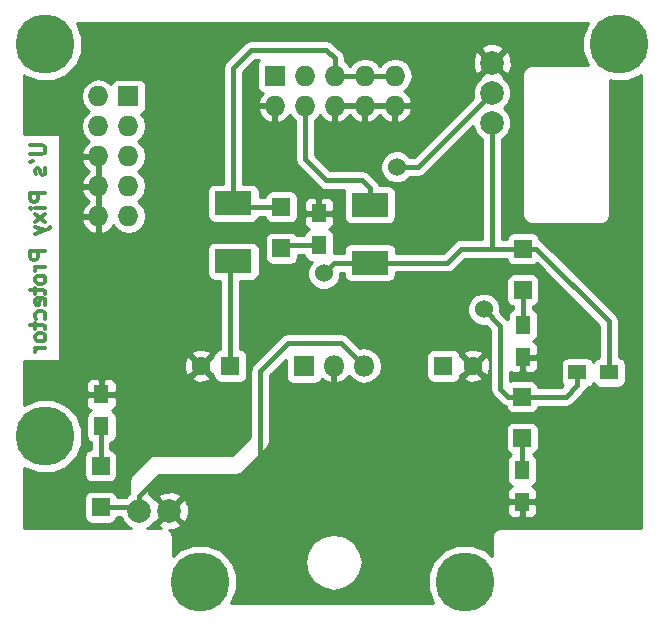
<source format=gbr>
G04 #@! TF.FileFunction,Copper,L2,Bot,Signal*
%FSLAX46Y46*%
G04 Gerber Fmt 4.6, Leading zero omitted, Abs format (unit mm)*
G04 Created by KiCad (PCBNEW 4.0.7-e2-6376~58~ubuntu16.04.1) date Thu Nov  2 10:40:48 2017*
%MOMM*%
%LPD*%
G01*
G04 APERTURE LIST*
%ADD10C,0.100000*%
%ADD11C,0.300000*%
%ADD12C,5.000000*%
%ADD13R,1.600000X1.600000*%
%ADD14C,1.600000*%
%ADD15R,1.500000X1.500000*%
%ADD16R,3.150000X2.000000*%
%ADD17R,1.727200X1.727200*%
%ADD18O,1.727200X1.727200*%
%ADD19C,2.000000*%
%ADD20R,1.500000X1.300000*%
%ADD21R,1.300000X1.500000*%
%ADD22R,1.800000X1.800000*%
%ADD23O,1.800000X1.800000*%
%ADD24C,1.524000*%
%ADD25C,0.406400*%
%ADD26C,0.254000*%
G04 APERTURE END LIST*
D10*
D11*
X101193095Y-111069134D02*
X102245476Y-111069134D01*
X102369286Y-111131039D01*
X102431190Y-111192943D01*
X102493095Y-111316753D01*
X102493095Y-111564372D01*
X102431190Y-111688181D01*
X102369286Y-111750086D01*
X102245476Y-111811991D01*
X101193095Y-111811991D01*
X101193095Y-112492944D02*
X101440714Y-112369134D01*
X102431190Y-112988182D02*
X102493095Y-113111992D01*
X102493095Y-113359611D01*
X102431190Y-113483420D01*
X102307381Y-113545325D01*
X102245476Y-113545325D01*
X102121667Y-113483420D01*
X102059762Y-113359611D01*
X102059762Y-113173896D01*
X101997857Y-113050087D01*
X101874048Y-112988182D01*
X101812143Y-112988182D01*
X101688333Y-113050087D01*
X101626429Y-113173896D01*
X101626429Y-113359611D01*
X101688333Y-113483420D01*
X102493095Y-115092944D02*
X101193095Y-115092944D01*
X101193095Y-115588182D01*
X101255000Y-115711991D01*
X101316905Y-115773896D01*
X101440714Y-115835801D01*
X101626429Y-115835801D01*
X101750238Y-115773896D01*
X101812143Y-115711991D01*
X101874048Y-115588182D01*
X101874048Y-115092944D01*
X102493095Y-116392944D02*
X101626429Y-116392944D01*
X101193095Y-116392944D02*
X101255000Y-116331039D01*
X101316905Y-116392944D01*
X101255000Y-116454849D01*
X101193095Y-116392944D01*
X101316905Y-116392944D01*
X102493095Y-116888182D02*
X101626429Y-117569135D01*
X101626429Y-116888182D02*
X102493095Y-117569135D01*
X101626429Y-117940563D02*
X102493095Y-118250087D01*
X101626429Y-118559611D02*
X102493095Y-118250087D01*
X102802619Y-118126278D01*
X102864524Y-118064373D01*
X102926429Y-117940563D01*
X102493095Y-120045325D02*
X101193095Y-120045325D01*
X101193095Y-120540563D01*
X101255000Y-120664372D01*
X101316905Y-120726277D01*
X101440714Y-120788182D01*
X101626429Y-120788182D01*
X101750238Y-120726277D01*
X101812143Y-120664372D01*
X101874048Y-120540563D01*
X101874048Y-120045325D01*
X102493095Y-121345325D02*
X101626429Y-121345325D01*
X101874048Y-121345325D02*
X101750238Y-121407230D01*
X101688333Y-121469134D01*
X101626429Y-121592944D01*
X101626429Y-121716753D01*
X102493095Y-122335801D02*
X102431190Y-122211992D01*
X102369286Y-122150087D01*
X102245476Y-122088182D01*
X101874048Y-122088182D01*
X101750238Y-122150087D01*
X101688333Y-122211992D01*
X101626429Y-122335801D01*
X101626429Y-122521515D01*
X101688333Y-122645325D01*
X101750238Y-122707230D01*
X101874048Y-122769134D01*
X102245476Y-122769134D01*
X102369286Y-122707230D01*
X102431190Y-122645325D01*
X102493095Y-122521515D01*
X102493095Y-122335801D01*
X101626429Y-123140563D02*
X101626429Y-123635801D01*
X101193095Y-123326277D02*
X102307381Y-123326277D01*
X102431190Y-123388182D01*
X102493095Y-123511991D01*
X102493095Y-123635801D01*
X102431190Y-124564372D02*
X102493095Y-124440562D01*
X102493095Y-124192943D01*
X102431190Y-124069134D01*
X102307381Y-124007229D01*
X101812143Y-124007229D01*
X101688333Y-124069134D01*
X101626429Y-124192943D01*
X101626429Y-124440562D01*
X101688333Y-124564372D01*
X101812143Y-124626277D01*
X101935952Y-124626277D01*
X102059762Y-124007229D01*
X102431190Y-125740563D02*
X102493095Y-125616753D01*
X102493095Y-125369134D01*
X102431190Y-125245325D01*
X102369286Y-125183420D01*
X102245476Y-125121515D01*
X101874048Y-125121515D01*
X101750238Y-125183420D01*
X101688333Y-125245325D01*
X101626429Y-125369134D01*
X101626429Y-125616753D01*
X101688333Y-125740563D01*
X101626429Y-126111992D02*
X101626429Y-126607230D01*
X101193095Y-126297706D02*
X102307381Y-126297706D01*
X102431190Y-126359611D01*
X102493095Y-126483420D01*
X102493095Y-126607230D01*
X102493095Y-127226277D02*
X102431190Y-127102468D01*
X102369286Y-127040563D01*
X102245476Y-126978658D01*
X101874048Y-126978658D01*
X101750238Y-127040563D01*
X101688333Y-127102468D01*
X101626429Y-127226277D01*
X101626429Y-127411991D01*
X101688333Y-127535801D01*
X101750238Y-127597706D01*
X101874048Y-127659610D01*
X102245476Y-127659610D01*
X102369286Y-127597706D01*
X102431190Y-127535801D01*
X102493095Y-127411991D01*
X102493095Y-127226277D01*
X102493095Y-128216753D02*
X101626429Y-128216753D01*
X101874048Y-128216753D02*
X101750238Y-128278658D01*
X101688333Y-128340562D01*
X101626429Y-128464372D01*
X101626429Y-128588181D01*
D12*
X102500000Y-135700000D03*
X115600000Y-148000000D03*
X151100000Y-102500000D03*
X138000000Y-148000000D03*
D13*
X118161000Y-129718000D03*
D14*
X115661000Y-129718000D03*
D13*
X136195000Y-129718000D03*
D14*
X138695000Y-129718000D03*
D15*
X122479000Y-119784000D03*
X122479000Y-116284000D03*
X142926000Y-123312000D03*
X142926000Y-119812000D03*
X142862500Y-135849500D03*
X142862500Y-132349500D03*
X107175500Y-138191500D03*
X107175500Y-141691500D03*
D16*
X129972000Y-120992000D03*
X129972000Y-116092000D03*
X118415000Y-120865000D03*
X118415000Y-115965000D03*
D17*
X121920000Y-105160000D03*
D18*
X121920000Y-107700000D03*
X124460000Y-105160000D03*
X124460000Y-107700000D03*
X127000000Y-105160000D03*
X127000000Y-107700000D03*
X129540000Y-105160000D03*
X129540000Y-107700000D03*
X132080000Y-105160000D03*
X132080000Y-107700000D03*
D19*
X110460000Y-142000000D03*
X113000000Y-142000000D03*
D17*
X109525000Y-106921500D03*
D18*
X106985000Y-106921500D03*
X109525000Y-109461500D03*
X106985000Y-109461500D03*
X109525000Y-112001500D03*
X106985000Y-112001500D03*
X109525000Y-114541500D03*
X106985000Y-114541500D03*
X109525000Y-117081500D03*
X106985000Y-117081500D03*
D19*
X140322500Y-104064000D03*
X140322500Y-106604000D03*
X140322500Y-109144000D03*
D20*
X150245000Y-130289500D03*
X147545000Y-130289500D03*
D21*
X125654000Y-119511000D03*
X125654000Y-116811000D03*
X142926000Y-128989000D03*
X142926000Y-126289000D03*
X142862500Y-141244500D03*
X142862500Y-138544500D03*
X107239000Y-134861500D03*
X107239000Y-132161500D03*
D12*
X102500000Y-102500000D03*
D22*
X124384000Y-129718000D03*
D23*
X126924000Y-129718000D03*
X129464000Y-129718000D03*
D24*
X126053116Y-121903913D03*
X139624000Y-124955500D03*
X132258000Y-112890500D03*
D25*
X118161000Y-129718000D02*
X118161000Y-121119000D01*
X118161000Y-121119000D02*
X118415000Y-120865000D01*
X110460000Y-142000000D02*
X110460000Y-140725232D01*
X120701000Y-130171365D02*
X123059365Y-127813000D01*
X110460000Y-140725232D02*
X111488300Y-139696932D01*
X111488300Y-139696932D02*
X118587966Y-139696932D01*
X118587966Y-139696932D02*
X120701000Y-137583898D01*
X120701000Y-137583898D02*
X120701000Y-130171365D01*
X123059365Y-127813000D02*
X127559000Y-127813000D01*
X127559000Y-127813000D02*
X129464000Y-129718000D01*
X107175500Y-141691500D02*
X110151500Y-141691500D01*
X110151500Y-141691500D02*
X110460000Y-142000000D01*
X125654000Y-119511000D02*
X122752000Y-119511000D01*
X122752000Y-119511000D02*
X122479000Y-119784000D01*
X122479000Y-116284000D02*
X118734000Y-116284000D01*
X118734000Y-116284000D02*
X118415000Y-115965000D01*
X132080000Y-105160000D02*
X129540000Y-105160000D01*
X127000000Y-105160000D02*
X129540000Y-105160000D01*
X118415000Y-115965000D02*
X118415000Y-104508500D01*
X118415000Y-104508500D02*
X119939000Y-102984500D01*
X119939000Y-102984500D02*
X126289000Y-102984500D01*
X126289000Y-102984500D02*
X127000000Y-103695500D01*
X127000000Y-103695500D02*
X127000000Y-105160000D01*
X126053116Y-121903913D02*
X126955964Y-121001065D01*
X126955964Y-121001065D02*
X129962935Y-121001065D01*
X129962935Y-121001065D02*
X129972000Y-120992000D01*
X142926000Y-119812000D02*
X140322500Y-119812000D01*
X140322500Y-119812000D02*
X137719000Y-119812000D01*
X140322500Y-109144000D02*
X140322500Y-119812000D01*
X137719000Y-119812000D02*
X136539000Y-120992000D01*
X136539000Y-120992000D02*
X129972000Y-120992000D01*
X142926000Y-119812000D02*
X144082400Y-119812000D01*
X144082400Y-119812000D02*
X150245000Y-125974600D01*
X150245000Y-125974600D02*
X150245000Y-130289500D01*
X142926000Y-126289000D02*
X142926000Y-123312000D01*
X142862500Y-138544500D02*
X142862500Y-135849500D01*
X141021000Y-131664400D02*
X141021000Y-126352500D01*
X141021000Y-126352500D02*
X139624000Y-124955500D01*
X142862500Y-132349500D02*
X141706100Y-132349500D01*
X141706100Y-132349500D02*
X141021000Y-131664400D01*
X142862500Y-132349500D02*
X146541400Y-132349500D01*
X146541400Y-132349500D02*
X147545000Y-131345900D01*
X147545000Y-131345900D02*
X147545000Y-130289500D01*
X107175500Y-138191500D02*
X107175500Y-134925000D01*
X107175500Y-134925000D02*
X107239000Y-134861500D01*
X126289000Y-114033500D02*
X124460000Y-112204500D01*
X124460000Y-112204500D02*
X124460000Y-107700000D01*
X129319900Y-114033500D02*
X126289000Y-114033500D01*
X129972000Y-116092000D02*
X129972000Y-114685600D01*
X129972000Y-114685600D02*
X129319900Y-114033500D01*
X132258000Y-112890500D02*
X134036000Y-112890500D01*
X134036000Y-112890500D02*
X140322500Y-106604000D01*
D26*
G36*
X148443826Y-100721847D02*
X147965546Y-101873674D01*
X147964457Y-103120854D01*
X148440727Y-104273515D01*
X148457183Y-104290000D01*
X143600000Y-104290000D01*
X143328295Y-104344046D01*
X143097954Y-104497954D01*
X142944046Y-104728295D01*
X142890000Y-105000000D01*
X142890000Y-117000000D01*
X142944046Y-117271705D01*
X143097954Y-117502046D01*
X143328295Y-117655954D01*
X143600000Y-117710000D01*
X149600000Y-117710000D01*
X149871705Y-117655954D01*
X150102046Y-117502046D01*
X150255954Y-117271705D01*
X150310000Y-117000000D01*
X150310000Y-105566491D01*
X150473674Y-105634454D01*
X151720854Y-105635543D01*
X152873515Y-105159273D01*
X152890000Y-105142817D01*
X152890000Y-143490000D01*
X141000000Y-143490000D01*
X140728295Y-143544046D01*
X140497954Y-143697954D01*
X140344046Y-143928295D01*
X140290000Y-144200000D01*
X140290000Y-145856567D01*
X139778153Y-145343826D01*
X138626326Y-144865546D01*
X137379146Y-144864457D01*
X136226485Y-145340727D01*
X135343826Y-146221847D01*
X134865546Y-147373674D01*
X134864457Y-148620854D01*
X135340727Y-149773515D01*
X135357183Y-149790000D01*
X118244306Y-149790000D01*
X118256174Y-149778153D01*
X118734454Y-148626326D01*
X118735543Y-147379146D01*
X118321878Y-146378000D01*
X124492275Y-146378000D01*
X124673822Y-147290700D01*
X125190825Y-148064450D01*
X125964575Y-148581453D01*
X126877275Y-148763000D01*
X126970725Y-148763000D01*
X127883425Y-148581453D01*
X128657175Y-148064450D01*
X129174178Y-147290700D01*
X129355725Y-146378000D01*
X129174178Y-145465300D01*
X128657175Y-144691550D01*
X127883425Y-144174547D01*
X126970725Y-143993000D01*
X126877275Y-143993000D01*
X125964575Y-144174547D01*
X125190825Y-144691550D01*
X124673822Y-145465300D01*
X124492275Y-146378000D01*
X118321878Y-146378000D01*
X118259273Y-146226485D01*
X117378153Y-145343826D01*
X116226326Y-144865546D01*
X114979146Y-144864457D01*
X113826485Y-145340727D01*
X113310000Y-145856311D01*
X113310000Y-144200000D01*
X113255954Y-143928295D01*
X113102046Y-143697954D01*
X113009004Y-143635786D01*
X113385460Y-143621856D01*
X113874264Y-143419387D01*
X113972927Y-143152532D01*
X113000000Y-142179605D01*
X112027073Y-143152532D01*
X112125736Y-143419387D01*
X112315805Y-143490000D01*
X111135408Y-143490000D01*
X111384943Y-143386894D01*
X111812562Y-142960022D01*
X111847468Y-142972927D01*
X112820395Y-142000000D01*
X113179605Y-142000000D01*
X114152532Y-142972927D01*
X114419387Y-142874264D01*
X114645908Y-142264539D01*
X114621856Y-141614540D01*
X114586942Y-141530250D01*
X141577500Y-141530250D01*
X141577500Y-142120809D01*
X141674173Y-142354198D01*
X141852801Y-142532827D01*
X142086190Y-142629500D01*
X142576750Y-142629500D01*
X142735500Y-142470750D01*
X142735500Y-141371500D01*
X142989500Y-141371500D01*
X142989500Y-142470750D01*
X143148250Y-142629500D01*
X143638810Y-142629500D01*
X143872199Y-142532827D01*
X144050827Y-142354198D01*
X144147500Y-142120809D01*
X144147500Y-141530250D01*
X143988750Y-141371500D01*
X142989500Y-141371500D01*
X142735500Y-141371500D01*
X141736250Y-141371500D01*
X141577500Y-141530250D01*
X114586942Y-141530250D01*
X114419387Y-141125736D01*
X114152532Y-141027073D01*
X113179605Y-142000000D01*
X112820395Y-142000000D01*
X111847468Y-141027073D01*
X111812062Y-141040164D01*
X111619703Y-140847468D01*
X112027073Y-140847468D01*
X113000000Y-141820395D01*
X113972927Y-140847468D01*
X113874264Y-140580613D01*
X113264539Y-140354092D01*
X112614540Y-140378144D01*
X112125736Y-140580613D01*
X112027073Y-140847468D01*
X111619703Y-140847468D01*
X111387363Y-140614722D01*
X111298200Y-140577698D01*
X111298200Y-139798194D01*
X112158194Y-138938200D01*
X118669000Y-138938200D01*
X118989766Y-138874396D01*
X119261697Y-138692697D01*
X121293697Y-136660697D01*
X121475396Y-136388766D01*
X121539200Y-136068000D01*
X121539200Y-135099500D01*
X141465060Y-135099500D01*
X141465060Y-136599500D01*
X141509338Y-136834817D01*
X141648410Y-137050941D01*
X141860610Y-137195931D01*
X141943850Y-137212787D01*
X141761059Y-137330410D01*
X141616069Y-137542610D01*
X141565060Y-137794500D01*
X141565060Y-139294500D01*
X141609338Y-139529817D01*
X141748410Y-139745941D01*
X141960610Y-139890931D01*
X141993990Y-139897691D01*
X141852801Y-139956173D01*
X141674173Y-140134802D01*
X141577500Y-140368191D01*
X141577500Y-140958750D01*
X141736250Y-141117500D01*
X142735500Y-141117500D01*
X142735500Y-141097500D01*
X142989500Y-141097500D01*
X142989500Y-141117500D01*
X143988750Y-141117500D01*
X144147500Y-140958750D01*
X144147500Y-140368191D01*
X144050827Y-140134802D01*
X143872199Y-139956173D01*
X143736213Y-139899846D01*
X143747817Y-139897662D01*
X143963941Y-139758590D01*
X144108931Y-139546390D01*
X144159940Y-139294500D01*
X144159940Y-137794500D01*
X144115662Y-137559183D01*
X143976590Y-137343059D01*
X143787674Y-137213979D01*
X143847817Y-137202662D01*
X144063941Y-137063590D01*
X144208931Y-136851390D01*
X144259940Y-136599500D01*
X144259940Y-135099500D01*
X144215662Y-134864183D01*
X144076590Y-134648059D01*
X143864390Y-134503069D01*
X143612500Y-134452060D01*
X142112500Y-134452060D01*
X141877183Y-134496338D01*
X141661059Y-134635410D01*
X141516069Y-134847610D01*
X141465060Y-135099500D01*
X121539200Y-135099500D01*
X121539200Y-130518559D01*
X122836560Y-129221199D01*
X122836560Y-130618000D01*
X122880838Y-130853317D01*
X123019910Y-131069441D01*
X123232110Y-131214431D01*
X123484000Y-131265440D01*
X125284000Y-131265440D01*
X125519317Y-131221162D01*
X125735441Y-131082090D01*
X125880431Y-130869890D01*
X125890766Y-130818854D01*
X126016424Y-130955966D01*
X126559258Y-131209046D01*
X126797000Y-131088997D01*
X126797000Y-129845000D01*
X126777000Y-129845000D01*
X126777000Y-129591000D01*
X126797000Y-129591000D01*
X126797000Y-129571000D01*
X127051000Y-129571000D01*
X127051000Y-129591000D01*
X127071000Y-129591000D01*
X127071000Y-129845000D01*
X127051000Y-129845000D01*
X127051000Y-131088997D01*
X127288742Y-131209046D01*
X127831576Y-130955966D01*
X128189499Y-130565418D01*
X128348519Y-130803409D01*
X128846509Y-131136155D01*
X129433928Y-131253000D01*
X129494072Y-131253000D01*
X130081491Y-131136155D01*
X130579481Y-130803409D01*
X130912227Y-130305419D01*
X131029072Y-129718000D01*
X130912227Y-129130581D01*
X130770186Y-128918000D01*
X134747560Y-128918000D01*
X134747560Y-130518000D01*
X134791838Y-130753317D01*
X134930910Y-130969441D01*
X135143110Y-131114431D01*
X135395000Y-131165440D01*
X136995000Y-131165440D01*
X137230317Y-131121162D01*
X137446441Y-130982090D01*
X137591431Y-130769890D01*
X137600370Y-130725745D01*
X137866861Y-130725745D01*
X137940995Y-130971864D01*
X138478223Y-131164965D01*
X139048454Y-131137778D01*
X139449005Y-130971864D01*
X139523139Y-130725745D01*
X138695000Y-129897605D01*
X137866861Y-130725745D01*
X137600370Y-130725745D01*
X137639646Y-130531799D01*
X137687255Y-130546139D01*
X138515395Y-129718000D01*
X138874605Y-129718000D01*
X139702745Y-130546139D01*
X139948864Y-130472005D01*
X140141965Y-129934777D01*
X140114778Y-129364546D01*
X139948864Y-128963995D01*
X139702745Y-128889861D01*
X138874605Y-129718000D01*
X138515395Y-129718000D01*
X137687255Y-128889861D01*
X137639833Y-128904145D01*
X137603351Y-128710255D01*
X137866861Y-128710255D01*
X138695000Y-129538395D01*
X139523139Y-128710255D01*
X139449005Y-128464136D01*
X138911777Y-128271035D01*
X138341546Y-128298222D01*
X137940995Y-128464136D01*
X137866861Y-128710255D01*
X137603351Y-128710255D01*
X137598162Y-128682683D01*
X137459090Y-128466559D01*
X137246890Y-128321569D01*
X136995000Y-128270560D01*
X135395000Y-128270560D01*
X135159683Y-128314838D01*
X134943559Y-128453910D01*
X134798569Y-128666110D01*
X134747560Y-128918000D01*
X130770186Y-128918000D01*
X130579481Y-128632591D01*
X130081491Y-128299845D01*
X129494072Y-128183000D01*
X129433928Y-128183000D01*
X129167408Y-128236014D01*
X128151697Y-127220303D01*
X127879766Y-127038604D01*
X127559000Y-126974800D01*
X123059365Y-126974800D01*
X122738600Y-127038604D01*
X122466668Y-127220303D01*
X120108303Y-129578668D01*
X119926604Y-129850599D01*
X119882673Y-130071454D01*
X119862800Y-130171365D01*
X119862800Y-135720806D01*
X118321806Y-137261800D01*
X111811000Y-137261800D01*
X111490235Y-137325604D01*
X111218303Y-137507303D01*
X109867303Y-138858303D01*
X109685604Y-139130234D01*
X109685604Y-139130235D01*
X109621800Y-139451000D01*
X109621800Y-140577264D01*
X109535057Y-140613106D01*
X109294443Y-140853300D01*
X108556344Y-140853300D01*
X108528662Y-140706183D01*
X108389590Y-140490059D01*
X108177390Y-140345069D01*
X107925500Y-140294060D01*
X106425500Y-140294060D01*
X106190183Y-140338338D01*
X105974059Y-140477410D01*
X105829069Y-140689610D01*
X105778060Y-140941500D01*
X105778060Y-142441500D01*
X105822338Y-142676817D01*
X105961410Y-142892941D01*
X106173610Y-143037931D01*
X106425500Y-143088940D01*
X107925500Y-143088940D01*
X108160817Y-143044662D01*
X108376941Y-142905590D01*
X108521931Y-142693390D01*
X108555079Y-142529700D01*
X108909794Y-142529700D01*
X109073106Y-142924943D01*
X109532637Y-143385278D01*
X109784836Y-143490000D01*
X100710000Y-143490000D01*
X100710000Y-138344306D01*
X100721847Y-138356174D01*
X101873674Y-138834454D01*
X103120854Y-138835543D01*
X104273515Y-138359273D01*
X105156174Y-137478153D01*
X105171393Y-137441500D01*
X105778060Y-137441500D01*
X105778060Y-138941500D01*
X105822338Y-139176817D01*
X105961410Y-139392941D01*
X106173610Y-139537931D01*
X106425500Y-139588940D01*
X107925500Y-139588940D01*
X108160817Y-139544662D01*
X108376941Y-139405590D01*
X108521931Y-139193390D01*
X108572940Y-138941500D01*
X108572940Y-137441500D01*
X108528662Y-137206183D01*
X108389590Y-136990059D01*
X108177390Y-136845069D01*
X108013700Y-136811921D01*
X108013700Y-136235476D01*
X108124317Y-136214662D01*
X108340441Y-136075590D01*
X108485431Y-135863390D01*
X108536440Y-135611500D01*
X108536440Y-134111500D01*
X108492162Y-133876183D01*
X108353090Y-133660059D01*
X108140890Y-133515069D01*
X108107510Y-133508309D01*
X108248699Y-133449827D01*
X108427327Y-133271198D01*
X108524000Y-133037809D01*
X108524000Y-132447250D01*
X108365250Y-132288500D01*
X107366000Y-132288500D01*
X107366000Y-132308500D01*
X107112000Y-132308500D01*
X107112000Y-132288500D01*
X106112750Y-132288500D01*
X105954000Y-132447250D01*
X105954000Y-133037809D01*
X106050673Y-133271198D01*
X106229301Y-133449827D01*
X106365287Y-133506154D01*
X106353683Y-133508338D01*
X106137559Y-133647410D01*
X105992569Y-133859610D01*
X105941560Y-134111500D01*
X105941560Y-135611500D01*
X105985838Y-135846817D01*
X106124910Y-136062941D01*
X106337110Y-136207931D01*
X106337300Y-136207969D01*
X106337300Y-136810656D01*
X106190183Y-136838338D01*
X105974059Y-136977410D01*
X105829069Y-137189610D01*
X105778060Y-137441500D01*
X105171393Y-137441500D01*
X105634454Y-136326326D01*
X105635543Y-135079146D01*
X105159273Y-133926485D01*
X104278153Y-133043826D01*
X103126326Y-132565546D01*
X101879146Y-132564457D01*
X100726485Y-133040727D01*
X100710000Y-133057183D01*
X100710000Y-131285191D01*
X105954000Y-131285191D01*
X105954000Y-131875750D01*
X106112750Y-132034500D01*
X107112000Y-132034500D01*
X107112000Y-130935250D01*
X107366000Y-130935250D01*
X107366000Y-132034500D01*
X108365250Y-132034500D01*
X108524000Y-131875750D01*
X108524000Y-131285191D01*
X108427327Y-131051802D01*
X108248699Y-130873173D01*
X108015310Y-130776500D01*
X107524750Y-130776500D01*
X107366000Y-130935250D01*
X107112000Y-130935250D01*
X106953250Y-130776500D01*
X106462690Y-130776500D01*
X106229301Y-130873173D01*
X106050673Y-131051802D01*
X105954000Y-131285191D01*
X100710000Y-131285191D01*
X100710000Y-130725745D01*
X114832861Y-130725745D01*
X114906995Y-130971864D01*
X115444223Y-131164965D01*
X116014454Y-131137778D01*
X116415005Y-130971864D01*
X116489139Y-130725745D01*
X115661000Y-129897605D01*
X114832861Y-130725745D01*
X100710000Y-130725745D01*
X100710000Y-129501223D01*
X114214035Y-129501223D01*
X114241222Y-130071454D01*
X114407136Y-130472005D01*
X114653255Y-130546139D01*
X115481395Y-129718000D01*
X115840605Y-129718000D01*
X116668745Y-130546139D01*
X116716167Y-130531855D01*
X116757838Y-130753317D01*
X116896910Y-130969441D01*
X117109110Y-131114431D01*
X117361000Y-131165440D01*
X118961000Y-131165440D01*
X119196317Y-131121162D01*
X119412441Y-130982090D01*
X119557431Y-130769890D01*
X119608440Y-130518000D01*
X119608440Y-128918000D01*
X119564162Y-128682683D01*
X119425090Y-128466559D01*
X119212890Y-128321569D01*
X118999200Y-128278296D01*
X118999200Y-122512440D01*
X119990000Y-122512440D01*
X120225317Y-122468162D01*
X120441441Y-122329090D01*
X120586431Y-122116890D01*
X120637440Y-121865000D01*
X120637440Y-119865000D01*
X120593162Y-119629683D01*
X120454090Y-119413559D01*
X120241890Y-119268569D01*
X119990000Y-119217560D01*
X116840000Y-119217560D01*
X116604683Y-119261838D01*
X116388559Y-119400910D01*
X116243569Y-119613110D01*
X116192560Y-119865000D01*
X116192560Y-121865000D01*
X116236838Y-122100317D01*
X116375910Y-122316441D01*
X116588110Y-122461431D01*
X116840000Y-122512440D01*
X117322800Y-122512440D01*
X117322800Y-128277748D01*
X117125683Y-128314838D01*
X116909559Y-128453910D01*
X116764569Y-128666110D01*
X116716354Y-128904201D01*
X116668745Y-128889861D01*
X115840605Y-129718000D01*
X115481395Y-129718000D01*
X114653255Y-128889861D01*
X114407136Y-128963995D01*
X114214035Y-129501223D01*
X100710000Y-129501223D01*
X100710000Y-129346990D01*
X103730000Y-129346990D01*
X103730000Y-128710255D01*
X114832861Y-128710255D01*
X115661000Y-129538395D01*
X116489139Y-128710255D01*
X116415005Y-128464136D01*
X115877777Y-128271035D01*
X115307546Y-128298222D01*
X114906995Y-128464136D01*
X114832861Y-128710255D01*
X103730000Y-128710255D01*
X103730000Y-119034000D01*
X121081560Y-119034000D01*
X121081560Y-120534000D01*
X121125838Y-120769317D01*
X121264910Y-120985441D01*
X121477110Y-121130431D01*
X121729000Y-121181440D01*
X123229000Y-121181440D01*
X123464317Y-121137162D01*
X123680441Y-120998090D01*
X123825431Y-120785890D01*
X123876440Y-120534000D01*
X123876440Y-120349200D01*
X124373156Y-120349200D01*
X124400838Y-120496317D01*
X124539910Y-120712441D01*
X124752110Y-120857431D01*
X125004000Y-120908440D01*
X125072945Y-120908440D01*
X124869487Y-121111543D01*
X124656359Y-121624813D01*
X124655874Y-122180574D01*
X124868106Y-122694216D01*
X125260746Y-123087542D01*
X125774016Y-123300670D01*
X126329777Y-123301155D01*
X126843419Y-123088923D01*
X127236745Y-122696283D01*
X127449873Y-122183013D01*
X127450173Y-121839265D01*
X127749560Y-121839265D01*
X127749560Y-121992000D01*
X127793838Y-122227317D01*
X127932910Y-122443441D01*
X128145110Y-122588431D01*
X128397000Y-122639440D01*
X131547000Y-122639440D01*
X131782317Y-122595162D01*
X131998441Y-122456090D01*
X132143431Y-122243890D01*
X132194440Y-121992000D01*
X132194440Y-121830200D01*
X136539000Y-121830200D01*
X136859766Y-121766396D01*
X137131697Y-121584697D01*
X138066194Y-120650200D01*
X141545156Y-120650200D01*
X141572838Y-120797317D01*
X141711910Y-121013441D01*
X141924110Y-121158431D01*
X142176000Y-121209440D01*
X143676000Y-121209440D01*
X143911317Y-121165162D01*
X144117496Y-121032490D01*
X149406800Y-126321794D01*
X149406800Y-129008656D01*
X149259683Y-129036338D01*
X149043559Y-129175410D01*
X148898569Y-129387610D01*
X148895919Y-129400697D01*
X148759090Y-129188059D01*
X148546890Y-129043069D01*
X148295000Y-128992060D01*
X146795000Y-128992060D01*
X146559683Y-129036338D01*
X146343559Y-129175410D01*
X146198569Y-129387610D01*
X146147560Y-129639500D01*
X146147560Y-130939500D01*
X146191838Y-131174817D01*
X146324510Y-131380996D01*
X146194206Y-131511300D01*
X144243344Y-131511300D01*
X144215662Y-131364183D01*
X144076590Y-131148059D01*
X143864390Y-131003069D01*
X143612500Y-130952060D01*
X142112500Y-130952060D01*
X141877183Y-130996338D01*
X141859200Y-131007910D01*
X141859200Y-130220226D01*
X141916301Y-130277327D01*
X142149690Y-130374000D01*
X142640250Y-130374000D01*
X142799000Y-130215250D01*
X142799000Y-129116000D01*
X143053000Y-129116000D01*
X143053000Y-130215250D01*
X143211750Y-130374000D01*
X143702310Y-130374000D01*
X143935699Y-130277327D01*
X144114327Y-130098698D01*
X144211000Y-129865309D01*
X144211000Y-129274750D01*
X144052250Y-129116000D01*
X143053000Y-129116000D01*
X142799000Y-129116000D01*
X142779000Y-129116000D01*
X142779000Y-128862000D01*
X142799000Y-128862000D01*
X142799000Y-128842000D01*
X143053000Y-128842000D01*
X143053000Y-128862000D01*
X144052250Y-128862000D01*
X144211000Y-128703250D01*
X144211000Y-128112691D01*
X144114327Y-127879302D01*
X143935699Y-127700673D01*
X143799713Y-127644346D01*
X143811317Y-127642162D01*
X144027441Y-127503090D01*
X144172431Y-127290890D01*
X144223440Y-127039000D01*
X144223440Y-125539000D01*
X144179162Y-125303683D01*
X144040090Y-125087559D01*
X143827890Y-124942569D01*
X143764200Y-124929671D01*
X143764200Y-124692844D01*
X143911317Y-124665162D01*
X144127441Y-124526090D01*
X144272431Y-124313890D01*
X144323440Y-124062000D01*
X144323440Y-122562000D01*
X144279162Y-122326683D01*
X144140090Y-122110559D01*
X143927890Y-121965569D01*
X143676000Y-121914560D01*
X142176000Y-121914560D01*
X141940683Y-121958838D01*
X141724559Y-122097910D01*
X141579569Y-122310110D01*
X141528560Y-122562000D01*
X141528560Y-124062000D01*
X141572838Y-124297317D01*
X141711910Y-124513441D01*
X141924110Y-124658431D01*
X142087800Y-124691579D01*
X142087800Y-124926972D01*
X142040683Y-124935838D01*
X141824559Y-125074910D01*
X141679569Y-125287110D01*
X141628560Y-125539000D01*
X141628560Y-125782047D01*
X141613697Y-125759803D01*
X141020816Y-125166922D01*
X141021242Y-124678839D01*
X140809010Y-124165197D01*
X140416370Y-123771871D01*
X139903100Y-123558743D01*
X139347339Y-123558258D01*
X138833697Y-123770490D01*
X138440371Y-124163130D01*
X138227243Y-124676400D01*
X138226758Y-125232161D01*
X138438990Y-125745803D01*
X138831630Y-126139129D01*
X139344900Y-126352257D01*
X139835791Y-126352685D01*
X140182800Y-126699694D01*
X140182800Y-131664400D01*
X140246604Y-131985166D01*
X140428303Y-132257097D01*
X141113403Y-132942197D01*
X141385335Y-133123896D01*
X141472929Y-133141319D01*
X141509338Y-133334817D01*
X141648410Y-133550941D01*
X141860610Y-133695931D01*
X142112500Y-133746940D01*
X143612500Y-133746940D01*
X143847817Y-133702662D01*
X144063941Y-133563590D01*
X144208931Y-133351390D01*
X144242079Y-133187700D01*
X146541400Y-133187700D01*
X146862166Y-133123896D01*
X147134097Y-132942197D01*
X148137697Y-131938597D01*
X148319396Y-131666665D01*
X148336819Y-131579071D01*
X148530317Y-131542662D01*
X148746441Y-131403590D01*
X148891431Y-131191390D01*
X148894081Y-131178303D01*
X149030910Y-131390941D01*
X149243110Y-131535931D01*
X149495000Y-131586940D01*
X150995000Y-131586940D01*
X151230317Y-131542662D01*
X151446441Y-131403590D01*
X151591431Y-131191390D01*
X151642440Y-130939500D01*
X151642440Y-129639500D01*
X151598162Y-129404183D01*
X151459090Y-129188059D01*
X151246890Y-129043069D01*
X151083200Y-129009921D01*
X151083200Y-125974600D01*
X151019396Y-125653835D01*
X150837697Y-125381903D01*
X144675097Y-119219303D01*
X144403166Y-119037604D01*
X144315571Y-119020180D01*
X144279162Y-118826683D01*
X144140090Y-118610559D01*
X143927890Y-118465569D01*
X143676000Y-118414560D01*
X142176000Y-118414560D01*
X141940683Y-118458838D01*
X141724559Y-118597910D01*
X141579569Y-118810110D01*
X141546421Y-118973800D01*
X141160700Y-118973800D01*
X141160700Y-110566736D01*
X141247443Y-110530894D01*
X141707778Y-110071363D01*
X141957216Y-109470648D01*
X141957784Y-108820205D01*
X141709394Y-108219057D01*
X141364741Y-107873801D01*
X141707778Y-107531363D01*
X141957216Y-106930648D01*
X141957784Y-106280205D01*
X141709394Y-105679057D01*
X141282522Y-105251438D01*
X141295427Y-105216532D01*
X140322500Y-104243605D01*
X139349573Y-105216532D01*
X139362664Y-105251938D01*
X138937222Y-105676637D01*
X138687784Y-106277352D01*
X138687216Y-106927795D01*
X138724084Y-107017022D01*
X133688806Y-112052300D01*
X133395197Y-112052300D01*
X133050370Y-111706871D01*
X132537100Y-111493743D01*
X131981339Y-111493258D01*
X131467697Y-111705490D01*
X131074371Y-112098130D01*
X130861243Y-112611400D01*
X130860758Y-113167161D01*
X131072990Y-113680803D01*
X131465630Y-114074129D01*
X131978900Y-114287257D01*
X132534661Y-114287742D01*
X133048303Y-114075510D01*
X133395719Y-113728700D01*
X134036000Y-113728700D01*
X134356766Y-113664896D01*
X134628697Y-113483197D01*
X138687254Y-109424640D01*
X138687216Y-109467795D01*
X138935606Y-110068943D01*
X139395137Y-110529278D01*
X139484300Y-110566302D01*
X139484300Y-118973800D01*
X137719000Y-118973800D01*
X137398234Y-119037604D01*
X137126303Y-119219303D01*
X136191806Y-120153800D01*
X132194440Y-120153800D01*
X132194440Y-119992000D01*
X132150162Y-119756683D01*
X132011090Y-119540559D01*
X131798890Y-119395569D01*
X131547000Y-119344560D01*
X128397000Y-119344560D01*
X128161683Y-119388838D01*
X127945559Y-119527910D01*
X127800569Y-119740110D01*
X127749560Y-119992000D01*
X127749560Y-120162865D01*
X126955964Y-120162865D01*
X126951440Y-120163765D01*
X126951440Y-118761000D01*
X126907162Y-118525683D01*
X126768090Y-118309559D01*
X126555890Y-118164569D01*
X126522510Y-118157809D01*
X126663699Y-118099327D01*
X126842327Y-117920698D01*
X126939000Y-117687309D01*
X126939000Y-117096750D01*
X126780250Y-116938000D01*
X125781000Y-116938000D01*
X125781000Y-116958000D01*
X125527000Y-116958000D01*
X125527000Y-116938000D01*
X124527750Y-116938000D01*
X124369000Y-117096750D01*
X124369000Y-117687309D01*
X124465673Y-117920698D01*
X124644301Y-118099327D01*
X124780287Y-118155654D01*
X124768683Y-118157838D01*
X124552559Y-118296910D01*
X124407569Y-118509110D01*
X124374421Y-118672800D01*
X123751158Y-118672800D01*
X123693090Y-118582559D01*
X123480890Y-118437569D01*
X123229000Y-118386560D01*
X121729000Y-118386560D01*
X121493683Y-118430838D01*
X121277559Y-118569910D01*
X121132569Y-118782110D01*
X121081560Y-119034000D01*
X103730000Y-119034000D01*
X103730000Y-117440527D01*
X105530032Y-117440527D01*
X105778179Y-117969990D01*
X106210053Y-118364188D01*
X106625974Y-118536458D01*
X106858000Y-118415317D01*
X106858000Y-117208500D01*
X105650531Y-117208500D01*
X105530032Y-117440527D01*
X103730000Y-117440527D01*
X103730000Y-114900527D01*
X105530032Y-114900527D01*
X105778179Y-115429990D01*
X106196152Y-115811500D01*
X105778179Y-116193010D01*
X105530032Y-116722473D01*
X105650531Y-116954500D01*
X106858000Y-116954500D01*
X106858000Y-114668500D01*
X105650531Y-114668500D01*
X105530032Y-114900527D01*
X103730000Y-114900527D01*
X103730000Y-112360527D01*
X105530032Y-112360527D01*
X105778179Y-112889990D01*
X106196152Y-113271500D01*
X105778179Y-113653010D01*
X105530032Y-114182473D01*
X105650531Y-114414500D01*
X106858000Y-114414500D01*
X106858000Y-112128500D01*
X105650531Y-112128500D01*
X105530032Y-112360527D01*
X103730000Y-112360527D01*
X103730000Y-110124609D01*
X100710000Y-110124609D01*
X100710000Y-106892141D01*
X105486400Y-106892141D01*
X105486400Y-106950859D01*
X105600474Y-107524348D01*
X105925330Y-108010529D01*
X106196172Y-108191500D01*
X105925330Y-108372471D01*
X105600474Y-108858652D01*
X105486400Y-109432141D01*
X105486400Y-109490859D01*
X105600474Y-110064348D01*
X105925330Y-110550529D01*
X106196161Y-110731492D01*
X105778179Y-111113010D01*
X105530032Y-111642473D01*
X105650531Y-111874500D01*
X106858000Y-111874500D01*
X106858000Y-111854500D01*
X107112000Y-111854500D01*
X107112000Y-111874500D01*
X107132000Y-111874500D01*
X107132000Y-112128500D01*
X107112000Y-112128500D01*
X107112000Y-114414500D01*
X107132000Y-114414500D01*
X107132000Y-114668500D01*
X107112000Y-114668500D01*
X107112000Y-116954500D01*
X107132000Y-116954500D01*
X107132000Y-117208500D01*
X107112000Y-117208500D01*
X107112000Y-118415317D01*
X107344026Y-118536458D01*
X107759947Y-118364188D01*
X108191821Y-117969990D01*
X108249336Y-117847272D01*
X108465330Y-118170529D01*
X108951511Y-118495385D01*
X109525000Y-118609459D01*
X110098489Y-118495385D01*
X110584670Y-118170529D01*
X110909526Y-117684348D01*
X111023600Y-117110859D01*
X111023600Y-117052141D01*
X110909526Y-116478652D01*
X110584670Y-115992471D01*
X110313828Y-115811500D01*
X110584670Y-115630529D01*
X110909526Y-115144348D01*
X110945200Y-114965000D01*
X116192560Y-114965000D01*
X116192560Y-116965000D01*
X116236838Y-117200317D01*
X116375910Y-117416441D01*
X116588110Y-117561431D01*
X116840000Y-117612440D01*
X119990000Y-117612440D01*
X120225317Y-117568162D01*
X120441441Y-117429090D01*
X120586431Y-117216890D01*
X120605606Y-117122200D01*
X121098156Y-117122200D01*
X121125838Y-117269317D01*
X121264910Y-117485441D01*
X121477110Y-117630431D01*
X121729000Y-117681440D01*
X123229000Y-117681440D01*
X123464317Y-117637162D01*
X123680441Y-117498090D01*
X123825431Y-117285890D01*
X123876440Y-117034000D01*
X123876440Y-115934691D01*
X124369000Y-115934691D01*
X124369000Y-116525250D01*
X124527750Y-116684000D01*
X125527000Y-116684000D01*
X125527000Y-115584750D01*
X125781000Y-115584750D01*
X125781000Y-116684000D01*
X126780250Y-116684000D01*
X126939000Y-116525250D01*
X126939000Y-115934691D01*
X126842327Y-115701302D01*
X126663699Y-115522673D01*
X126430310Y-115426000D01*
X125939750Y-115426000D01*
X125781000Y-115584750D01*
X125527000Y-115584750D01*
X125368250Y-115426000D01*
X124877690Y-115426000D01*
X124644301Y-115522673D01*
X124465673Y-115701302D01*
X124369000Y-115934691D01*
X123876440Y-115934691D01*
X123876440Y-115534000D01*
X123832162Y-115298683D01*
X123693090Y-115082559D01*
X123480890Y-114937569D01*
X123229000Y-114886560D01*
X121729000Y-114886560D01*
X121493683Y-114930838D01*
X121277559Y-115069910D01*
X121132569Y-115282110D01*
X121099421Y-115445800D01*
X120637440Y-115445800D01*
X120637440Y-114965000D01*
X120593162Y-114729683D01*
X120454090Y-114513559D01*
X120241890Y-114368569D01*
X119990000Y-114317560D01*
X119253200Y-114317560D01*
X119253200Y-108059026D01*
X120465042Y-108059026D01*
X120637312Y-108474947D01*
X121031510Y-108906821D01*
X121560973Y-109154968D01*
X121793000Y-109034469D01*
X121793000Y-107827000D01*
X120586183Y-107827000D01*
X120465042Y-108059026D01*
X119253200Y-108059026D01*
X119253200Y-104855694D01*
X120286194Y-103822700D01*
X120619893Y-103822700D01*
X120604959Y-103832310D01*
X120459969Y-104044510D01*
X120408960Y-104296400D01*
X120408960Y-106023600D01*
X120453238Y-106258917D01*
X120592310Y-106475041D01*
X120804510Y-106620031D01*
X120898375Y-106639039D01*
X120637312Y-106925053D01*
X120465042Y-107340974D01*
X120586183Y-107573000D01*
X121793000Y-107573000D01*
X121793000Y-107553000D01*
X122047000Y-107553000D01*
X122047000Y-107573000D01*
X122067000Y-107573000D01*
X122067000Y-107827000D01*
X122047000Y-107827000D01*
X122047000Y-109034469D01*
X122279027Y-109154968D01*
X122808490Y-108906821D01*
X123190008Y-108488839D01*
X123370971Y-108759670D01*
X123621800Y-108927269D01*
X123621800Y-112204500D01*
X123685604Y-112525266D01*
X123867303Y-112797197D01*
X125696303Y-114626197D01*
X125968235Y-114807896D01*
X126289000Y-114871700D01*
X127794172Y-114871700D01*
X127749560Y-115092000D01*
X127749560Y-117092000D01*
X127793838Y-117327317D01*
X127932910Y-117543441D01*
X128145110Y-117688431D01*
X128397000Y-117739440D01*
X131547000Y-117739440D01*
X131782317Y-117695162D01*
X131998441Y-117556090D01*
X132143431Y-117343890D01*
X132194440Y-117092000D01*
X132194440Y-115092000D01*
X132150162Y-114856683D01*
X132011090Y-114640559D01*
X131798890Y-114495569D01*
X131547000Y-114444560D01*
X130762254Y-114444560D01*
X130746396Y-114364835D01*
X130564697Y-114092903D01*
X129912597Y-113440803D01*
X129640666Y-113259104D01*
X129319900Y-113195300D01*
X126636194Y-113195300D01*
X125298200Y-111857306D01*
X125298200Y-108927269D01*
X125549029Y-108759670D01*
X125729992Y-108488839D01*
X126111510Y-108906821D01*
X126640973Y-109154968D01*
X126873000Y-109034469D01*
X126873000Y-107827000D01*
X127127000Y-107827000D01*
X127127000Y-109034469D01*
X127359027Y-109154968D01*
X127888490Y-108906821D01*
X128270000Y-108488848D01*
X128651510Y-108906821D01*
X129180973Y-109154968D01*
X129413000Y-109034469D01*
X129413000Y-107827000D01*
X129667000Y-107827000D01*
X129667000Y-109034469D01*
X129899027Y-109154968D01*
X130428490Y-108906821D01*
X130810000Y-108488848D01*
X131191510Y-108906821D01*
X131720973Y-109154968D01*
X131953000Y-109034469D01*
X131953000Y-107827000D01*
X132207000Y-107827000D01*
X132207000Y-109034469D01*
X132439027Y-109154968D01*
X132968490Y-108906821D01*
X133362688Y-108474947D01*
X133534958Y-108059026D01*
X133413817Y-107827000D01*
X132207000Y-107827000D01*
X131953000Y-107827000D01*
X129667000Y-107827000D01*
X129413000Y-107827000D01*
X127127000Y-107827000D01*
X126873000Y-107827000D01*
X126853000Y-107827000D01*
X126853000Y-107573000D01*
X126873000Y-107573000D01*
X126873000Y-107553000D01*
X127127000Y-107553000D01*
X127127000Y-107573000D01*
X129413000Y-107573000D01*
X129413000Y-107553000D01*
X129667000Y-107553000D01*
X129667000Y-107573000D01*
X131953000Y-107573000D01*
X131953000Y-107553000D01*
X132207000Y-107553000D01*
X132207000Y-107573000D01*
X133413817Y-107573000D01*
X133534958Y-107340974D01*
X133362688Y-106925053D01*
X132968490Y-106493179D01*
X132845772Y-106435664D01*
X133169029Y-106219670D01*
X133493885Y-105733489D01*
X133607959Y-105160000D01*
X133493885Y-104586511D01*
X133169029Y-104100330D01*
X132718748Y-103799461D01*
X138676592Y-103799461D01*
X138700644Y-104449460D01*
X138903113Y-104938264D01*
X139169968Y-105036927D01*
X140142895Y-104064000D01*
X140502105Y-104064000D01*
X141475032Y-105036927D01*
X141741887Y-104938264D01*
X141968408Y-104328539D01*
X141944356Y-103678540D01*
X141741887Y-103189736D01*
X141475032Y-103091073D01*
X140502105Y-104064000D01*
X140142895Y-104064000D01*
X139169968Y-103091073D01*
X138903113Y-103189736D01*
X138676592Y-103799461D01*
X132718748Y-103799461D01*
X132682848Y-103775474D01*
X132109359Y-103661400D01*
X132050641Y-103661400D01*
X131477152Y-103775474D01*
X130990971Y-104100330D01*
X130842989Y-104321800D01*
X130777011Y-104321800D01*
X130629029Y-104100330D01*
X130142848Y-103775474D01*
X129569359Y-103661400D01*
X129510641Y-103661400D01*
X128937152Y-103775474D01*
X128450971Y-104100330D01*
X128302989Y-104321800D01*
X128237011Y-104321800D01*
X128089029Y-104100330D01*
X127838200Y-103932731D01*
X127838200Y-103695500D01*
X127774396Y-103374735D01*
X127592697Y-103102803D01*
X127401362Y-102911468D01*
X139349573Y-102911468D01*
X140322500Y-103884395D01*
X141295427Y-102911468D01*
X141196764Y-102644613D01*
X140587039Y-102418092D01*
X139937040Y-102442144D01*
X139448236Y-102644613D01*
X139349573Y-102911468D01*
X127401362Y-102911468D01*
X126881697Y-102391803D01*
X126609766Y-102210104D01*
X126289000Y-102146300D01*
X119939000Y-102146300D01*
X119618235Y-102210104D01*
X119618233Y-102210105D01*
X119618234Y-102210105D01*
X119346303Y-102391803D01*
X117822303Y-103915803D01*
X117640604Y-104187734D01*
X117640604Y-104187735D01*
X117576800Y-104508500D01*
X117576800Y-114317560D01*
X116840000Y-114317560D01*
X116604683Y-114361838D01*
X116388559Y-114500910D01*
X116243569Y-114713110D01*
X116192560Y-114965000D01*
X110945200Y-114965000D01*
X111023600Y-114570859D01*
X111023600Y-114512141D01*
X110909526Y-113938652D01*
X110584670Y-113452471D01*
X110313828Y-113271500D01*
X110584670Y-113090529D01*
X110909526Y-112604348D01*
X111023600Y-112030859D01*
X111023600Y-111972141D01*
X110909526Y-111398652D01*
X110584670Y-110912471D01*
X110313828Y-110731500D01*
X110584670Y-110550529D01*
X110909526Y-110064348D01*
X111023600Y-109490859D01*
X111023600Y-109432141D01*
X110909526Y-108858652D01*
X110598426Y-108393058D01*
X110623917Y-108388262D01*
X110840041Y-108249190D01*
X110985031Y-108036990D01*
X111036040Y-107785100D01*
X111036040Y-106057900D01*
X110991762Y-105822583D01*
X110852690Y-105606459D01*
X110640490Y-105461469D01*
X110388600Y-105410460D01*
X108661400Y-105410460D01*
X108426083Y-105454738D01*
X108209959Y-105593810D01*
X108064969Y-105806010D01*
X108056136Y-105849631D01*
X108044670Y-105832471D01*
X107558489Y-105507615D01*
X106985000Y-105393541D01*
X106411511Y-105507615D01*
X105925330Y-105832471D01*
X105600474Y-106318652D01*
X105486400Y-106892141D01*
X100710000Y-106892141D01*
X100710000Y-105144306D01*
X100721847Y-105156174D01*
X101873674Y-105634454D01*
X103120854Y-105635543D01*
X104273515Y-105159273D01*
X105156174Y-104278153D01*
X105634454Y-103126326D01*
X105635543Y-101879146D01*
X105159273Y-100726485D01*
X105142817Y-100710000D01*
X148455694Y-100710000D01*
X148443826Y-100721847D01*
X148443826Y-100721847D01*
G37*
X148443826Y-100721847D02*
X147965546Y-101873674D01*
X147964457Y-103120854D01*
X148440727Y-104273515D01*
X148457183Y-104290000D01*
X143600000Y-104290000D01*
X143328295Y-104344046D01*
X143097954Y-104497954D01*
X142944046Y-104728295D01*
X142890000Y-105000000D01*
X142890000Y-117000000D01*
X142944046Y-117271705D01*
X143097954Y-117502046D01*
X143328295Y-117655954D01*
X143600000Y-117710000D01*
X149600000Y-117710000D01*
X149871705Y-117655954D01*
X150102046Y-117502046D01*
X150255954Y-117271705D01*
X150310000Y-117000000D01*
X150310000Y-105566491D01*
X150473674Y-105634454D01*
X151720854Y-105635543D01*
X152873515Y-105159273D01*
X152890000Y-105142817D01*
X152890000Y-143490000D01*
X141000000Y-143490000D01*
X140728295Y-143544046D01*
X140497954Y-143697954D01*
X140344046Y-143928295D01*
X140290000Y-144200000D01*
X140290000Y-145856567D01*
X139778153Y-145343826D01*
X138626326Y-144865546D01*
X137379146Y-144864457D01*
X136226485Y-145340727D01*
X135343826Y-146221847D01*
X134865546Y-147373674D01*
X134864457Y-148620854D01*
X135340727Y-149773515D01*
X135357183Y-149790000D01*
X118244306Y-149790000D01*
X118256174Y-149778153D01*
X118734454Y-148626326D01*
X118735543Y-147379146D01*
X118321878Y-146378000D01*
X124492275Y-146378000D01*
X124673822Y-147290700D01*
X125190825Y-148064450D01*
X125964575Y-148581453D01*
X126877275Y-148763000D01*
X126970725Y-148763000D01*
X127883425Y-148581453D01*
X128657175Y-148064450D01*
X129174178Y-147290700D01*
X129355725Y-146378000D01*
X129174178Y-145465300D01*
X128657175Y-144691550D01*
X127883425Y-144174547D01*
X126970725Y-143993000D01*
X126877275Y-143993000D01*
X125964575Y-144174547D01*
X125190825Y-144691550D01*
X124673822Y-145465300D01*
X124492275Y-146378000D01*
X118321878Y-146378000D01*
X118259273Y-146226485D01*
X117378153Y-145343826D01*
X116226326Y-144865546D01*
X114979146Y-144864457D01*
X113826485Y-145340727D01*
X113310000Y-145856311D01*
X113310000Y-144200000D01*
X113255954Y-143928295D01*
X113102046Y-143697954D01*
X113009004Y-143635786D01*
X113385460Y-143621856D01*
X113874264Y-143419387D01*
X113972927Y-143152532D01*
X113000000Y-142179605D01*
X112027073Y-143152532D01*
X112125736Y-143419387D01*
X112315805Y-143490000D01*
X111135408Y-143490000D01*
X111384943Y-143386894D01*
X111812562Y-142960022D01*
X111847468Y-142972927D01*
X112820395Y-142000000D01*
X113179605Y-142000000D01*
X114152532Y-142972927D01*
X114419387Y-142874264D01*
X114645908Y-142264539D01*
X114621856Y-141614540D01*
X114586942Y-141530250D01*
X141577500Y-141530250D01*
X141577500Y-142120809D01*
X141674173Y-142354198D01*
X141852801Y-142532827D01*
X142086190Y-142629500D01*
X142576750Y-142629500D01*
X142735500Y-142470750D01*
X142735500Y-141371500D01*
X142989500Y-141371500D01*
X142989500Y-142470750D01*
X143148250Y-142629500D01*
X143638810Y-142629500D01*
X143872199Y-142532827D01*
X144050827Y-142354198D01*
X144147500Y-142120809D01*
X144147500Y-141530250D01*
X143988750Y-141371500D01*
X142989500Y-141371500D01*
X142735500Y-141371500D01*
X141736250Y-141371500D01*
X141577500Y-141530250D01*
X114586942Y-141530250D01*
X114419387Y-141125736D01*
X114152532Y-141027073D01*
X113179605Y-142000000D01*
X112820395Y-142000000D01*
X111847468Y-141027073D01*
X111812062Y-141040164D01*
X111619703Y-140847468D01*
X112027073Y-140847468D01*
X113000000Y-141820395D01*
X113972927Y-140847468D01*
X113874264Y-140580613D01*
X113264539Y-140354092D01*
X112614540Y-140378144D01*
X112125736Y-140580613D01*
X112027073Y-140847468D01*
X111619703Y-140847468D01*
X111387363Y-140614722D01*
X111298200Y-140577698D01*
X111298200Y-139798194D01*
X112158194Y-138938200D01*
X118669000Y-138938200D01*
X118989766Y-138874396D01*
X119261697Y-138692697D01*
X121293697Y-136660697D01*
X121475396Y-136388766D01*
X121539200Y-136068000D01*
X121539200Y-135099500D01*
X141465060Y-135099500D01*
X141465060Y-136599500D01*
X141509338Y-136834817D01*
X141648410Y-137050941D01*
X141860610Y-137195931D01*
X141943850Y-137212787D01*
X141761059Y-137330410D01*
X141616069Y-137542610D01*
X141565060Y-137794500D01*
X141565060Y-139294500D01*
X141609338Y-139529817D01*
X141748410Y-139745941D01*
X141960610Y-139890931D01*
X141993990Y-139897691D01*
X141852801Y-139956173D01*
X141674173Y-140134802D01*
X141577500Y-140368191D01*
X141577500Y-140958750D01*
X141736250Y-141117500D01*
X142735500Y-141117500D01*
X142735500Y-141097500D01*
X142989500Y-141097500D01*
X142989500Y-141117500D01*
X143988750Y-141117500D01*
X144147500Y-140958750D01*
X144147500Y-140368191D01*
X144050827Y-140134802D01*
X143872199Y-139956173D01*
X143736213Y-139899846D01*
X143747817Y-139897662D01*
X143963941Y-139758590D01*
X144108931Y-139546390D01*
X144159940Y-139294500D01*
X144159940Y-137794500D01*
X144115662Y-137559183D01*
X143976590Y-137343059D01*
X143787674Y-137213979D01*
X143847817Y-137202662D01*
X144063941Y-137063590D01*
X144208931Y-136851390D01*
X144259940Y-136599500D01*
X144259940Y-135099500D01*
X144215662Y-134864183D01*
X144076590Y-134648059D01*
X143864390Y-134503069D01*
X143612500Y-134452060D01*
X142112500Y-134452060D01*
X141877183Y-134496338D01*
X141661059Y-134635410D01*
X141516069Y-134847610D01*
X141465060Y-135099500D01*
X121539200Y-135099500D01*
X121539200Y-130518559D01*
X122836560Y-129221199D01*
X122836560Y-130618000D01*
X122880838Y-130853317D01*
X123019910Y-131069441D01*
X123232110Y-131214431D01*
X123484000Y-131265440D01*
X125284000Y-131265440D01*
X125519317Y-131221162D01*
X125735441Y-131082090D01*
X125880431Y-130869890D01*
X125890766Y-130818854D01*
X126016424Y-130955966D01*
X126559258Y-131209046D01*
X126797000Y-131088997D01*
X126797000Y-129845000D01*
X126777000Y-129845000D01*
X126777000Y-129591000D01*
X126797000Y-129591000D01*
X126797000Y-129571000D01*
X127051000Y-129571000D01*
X127051000Y-129591000D01*
X127071000Y-129591000D01*
X127071000Y-129845000D01*
X127051000Y-129845000D01*
X127051000Y-131088997D01*
X127288742Y-131209046D01*
X127831576Y-130955966D01*
X128189499Y-130565418D01*
X128348519Y-130803409D01*
X128846509Y-131136155D01*
X129433928Y-131253000D01*
X129494072Y-131253000D01*
X130081491Y-131136155D01*
X130579481Y-130803409D01*
X130912227Y-130305419D01*
X131029072Y-129718000D01*
X130912227Y-129130581D01*
X130770186Y-128918000D01*
X134747560Y-128918000D01*
X134747560Y-130518000D01*
X134791838Y-130753317D01*
X134930910Y-130969441D01*
X135143110Y-131114431D01*
X135395000Y-131165440D01*
X136995000Y-131165440D01*
X137230317Y-131121162D01*
X137446441Y-130982090D01*
X137591431Y-130769890D01*
X137600370Y-130725745D01*
X137866861Y-130725745D01*
X137940995Y-130971864D01*
X138478223Y-131164965D01*
X139048454Y-131137778D01*
X139449005Y-130971864D01*
X139523139Y-130725745D01*
X138695000Y-129897605D01*
X137866861Y-130725745D01*
X137600370Y-130725745D01*
X137639646Y-130531799D01*
X137687255Y-130546139D01*
X138515395Y-129718000D01*
X138874605Y-129718000D01*
X139702745Y-130546139D01*
X139948864Y-130472005D01*
X140141965Y-129934777D01*
X140114778Y-129364546D01*
X139948864Y-128963995D01*
X139702745Y-128889861D01*
X138874605Y-129718000D01*
X138515395Y-129718000D01*
X137687255Y-128889861D01*
X137639833Y-128904145D01*
X137603351Y-128710255D01*
X137866861Y-128710255D01*
X138695000Y-129538395D01*
X139523139Y-128710255D01*
X139449005Y-128464136D01*
X138911777Y-128271035D01*
X138341546Y-128298222D01*
X137940995Y-128464136D01*
X137866861Y-128710255D01*
X137603351Y-128710255D01*
X137598162Y-128682683D01*
X137459090Y-128466559D01*
X137246890Y-128321569D01*
X136995000Y-128270560D01*
X135395000Y-128270560D01*
X135159683Y-128314838D01*
X134943559Y-128453910D01*
X134798569Y-128666110D01*
X134747560Y-128918000D01*
X130770186Y-128918000D01*
X130579481Y-128632591D01*
X130081491Y-128299845D01*
X129494072Y-128183000D01*
X129433928Y-128183000D01*
X129167408Y-128236014D01*
X128151697Y-127220303D01*
X127879766Y-127038604D01*
X127559000Y-126974800D01*
X123059365Y-126974800D01*
X122738600Y-127038604D01*
X122466668Y-127220303D01*
X120108303Y-129578668D01*
X119926604Y-129850599D01*
X119882673Y-130071454D01*
X119862800Y-130171365D01*
X119862800Y-135720806D01*
X118321806Y-137261800D01*
X111811000Y-137261800D01*
X111490235Y-137325604D01*
X111218303Y-137507303D01*
X109867303Y-138858303D01*
X109685604Y-139130234D01*
X109685604Y-139130235D01*
X109621800Y-139451000D01*
X109621800Y-140577264D01*
X109535057Y-140613106D01*
X109294443Y-140853300D01*
X108556344Y-140853300D01*
X108528662Y-140706183D01*
X108389590Y-140490059D01*
X108177390Y-140345069D01*
X107925500Y-140294060D01*
X106425500Y-140294060D01*
X106190183Y-140338338D01*
X105974059Y-140477410D01*
X105829069Y-140689610D01*
X105778060Y-140941500D01*
X105778060Y-142441500D01*
X105822338Y-142676817D01*
X105961410Y-142892941D01*
X106173610Y-143037931D01*
X106425500Y-143088940D01*
X107925500Y-143088940D01*
X108160817Y-143044662D01*
X108376941Y-142905590D01*
X108521931Y-142693390D01*
X108555079Y-142529700D01*
X108909794Y-142529700D01*
X109073106Y-142924943D01*
X109532637Y-143385278D01*
X109784836Y-143490000D01*
X100710000Y-143490000D01*
X100710000Y-138344306D01*
X100721847Y-138356174D01*
X101873674Y-138834454D01*
X103120854Y-138835543D01*
X104273515Y-138359273D01*
X105156174Y-137478153D01*
X105171393Y-137441500D01*
X105778060Y-137441500D01*
X105778060Y-138941500D01*
X105822338Y-139176817D01*
X105961410Y-139392941D01*
X106173610Y-139537931D01*
X106425500Y-139588940D01*
X107925500Y-139588940D01*
X108160817Y-139544662D01*
X108376941Y-139405590D01*
X108521931Y-139193390D01*
X108572940Y-138941500D01*
X108572940Y-137441500D01*
X108528662Y-137206183D01*
X108389590Y-136990059D01*
X108177390Y-136845069D01*
X108013700Y-136811921D01*
X108013700Y-136235476D01*
X108124317Y-136214662D01*
X108340441Y-136075590D01*
X108485431Y-135863390D01*
X108536440Y-135611500D01*
X108536440Y-134111500D01*
X108492162Y-133876183D01*
X108353090Y-133660059D01*
X108140890Y-133515069D01*
X108107510Y-133508309D01*
X108248699Y-133449827D01*
X108427327Y-133271198D01*
X108524000Y-133037809D01*
X108524000Y-132447250D01*
X108365250Y-132288500D01*
X107366000Y-132288500D01*
X107366000Y-132308500D01*
X107112000Y-132308500D01*
X107112000Y-132288500D01*
X106112750Y-132288500D01*
X105954000Y-132447250D01*
X105954000Y-133037809D01*
X106050673Y-133271198D01*
X106229301Y-133449827D01*
X106365287Y-133506154D01*
X106353683Y-133508338D01*
X106137559Y-133647410D01*
X105992569Y-133859610D01*
X105941560Y-134111500D01*
X105941560Y-135611500D01*
X105985838Y-135846817D01*
X106124910Y-136062941D01*
X106337110Y-136207931D01*
X106337300Y-136207969D01*
X106337300Y-136810656D01*
X106190183Y-136838338D01*
X105974059Y-136977410D01*
X105829069Y-137189610D01*
X105778060Y-137441500D01*
X105171393Y-137441500D01*
X105634454Y-136326326D01*
X105635543Y-135079146D01*
X105159273Y-133926485D01*
X104278153Y-133043826D01*
X103126326Y-132565546D01*
X101879146Y-132564457D01*
X100726485Y-133040727D01*
X100710000Y-133057183D01*
X100710000Y-131285191D01*
X105954000Y-131285191D01*
X105954000Y-131875750D01*
X106112750Y-132034500D01*
X107112000Y-132034500D01*
X107112000Y-130935250D01*
X107366000Y-130935250D01*
X107366000Y-132034500D01*
X108365250Y-132034500D01*
X108524000Y-131875750D01*
X108524000Y-131285191D01*
X108427327Y-131051802D01*
X108248699Y-130873173D01*
X108015310Y-130776500D01*
X107524750Y-130776500D01*
X107366000Y-130935250D01*
X107112000Y-130935250D01*
X106953250Y-130776500D01*
X106462690Y-130776500D01*
X106229301Y-130873173D01*
X106050673Y-131051802D01*
X105954000Y-131285191D01*
X100710000Y-131285191D01*
X100710000Y-130725745D01*
X114832861Y-130725745D01*
X114906995Y-130971864D01*
X115444223Y-131164965D01*
X116014454Y-131137778D01*
X116415005Y-130971864D01*
X116489139Y-130725745D01*
X115661000Y-129897605D01*
X114832861Y-130725745D01*
X100710000Y-130725745D01*
X100710000Y-129501223D01*
X114214035Y-129501223D01*
X114241222Y-130071454D01*
X114407136Y-130472005D01*
X114653255Y-130546139D01*
X115481395Y-129718000D01*
X115840605Y-129718000D01*
X116668745Y-130546139D01*
X116716167Y-130531855D01*
X116757838Y-130753317D01*
X116896910Y-130969441D01*
X117109110Y-131114431D01*
X117361000Y-131165440D01*
X118961000Y-131165440D01*
X119196317Y-131121162D01*
X119412441Y-130982090D01*
X119557431Y-130769890D01*
X119608440Y-130518000D01*
X119608440Y-128918000D01*
X119564162Y-128682683D01*
X119425090Y-128466559D01*
X119212890Y-128321569D01*
X118999200Y-128278296D01*
X118999200Y-122512440D01*
X119990000Y-122512440D01*
X120225317Y-122468162D01*
X120441441Y-122329090D01*
X120586431Y-122116890D01*
X120637440Y-121865000D01*
X120637440Y-119865000D01*
X120593162Y-119629683D01*
X120454090Y-119413559D01*
X120241890Y-119268569D01*
X119990000Y-119217560D01*
X116840000Y-119217560D01*
X116604683Y-119261838D01*
X116388559Y-119400910D01*
X116243569Y-119613110D01*
X116192560Y-119865000D01*
X116192560Y-121865000D01*
X116236838Y-122100317D01*
X116375910Y-122316441D01*
X116588110Y-122461431D01*
X116840000Y-122512440D01*
X117322800Y-122512440D01*
X117322800Y-128277748D01*
X117125683Y-128314838D01*
X116909559Y-128453910D01*
X116764569Y-128666110D01*
X116716354Y-128904201D01*
X116668745Y-128889861D01*
X115840605Y-129718000D01*
X115481395Y-129718000D01*
X114653255Y-128889861D01*
X114407136Y-128963995D01*
X114214035Y-129501223D01*
X100710000Y-129501223D01*
X100710000Y-129346990D01*
X103730000Y-129346990D01*
X103730000Y-128710255D01*
X114832861Y-128710255D01*
X115661000Y-129538395D01*
X116489139Y-128710255D01*
X116415005Y-128464136D01*
X115877777Y-128271035D01*
X115307546Y-128298222D01*
X114906995Y-128464136D01*
X114832861Y-128710255D01*
X103730000Y-128710255D01*
X103730000Y-119034000D01*
X121081560Y-119034000D01*
X121081560Y-120534000D01*
X121125838Y-120769317D01*
X121264910Y-120985441D01*
X121477110Y-121130431D01*
X121729000Y-121181440D01*
X123229000Y-121181440D01*
X123464317Y-121137162D01*
X123680441Y-120998090D01*
X123825431Y-120785890D01*
X123876440Y-120534000D01*
X123876440Y-120349200D01*
X124373156Y-120349200D01*
X124400838Y-120496317D01*
X124539910Y-120712441D01*
X124752110Y-120857431D01*
X125004000Y-120908440D01*
X125072945Y-120908440D01*
X124869487Y-121111543D01*
X124656359Y-121624813D01*
X124655874Y-122180574D01*
X124868106Y-122694216D01*
X125260746Y-123087542D01*
X125774016Y-123300670D01*
X126329777Y-123301155D01*
X126843419Y-123088923D01*
X127236745Y-122696283D01*
X127449873Y-122183013D01*
X127450173Y-121839265D01*
X127749560Y-121839265D01*
X127749560Y-121992000D01*
X127793838Y-122227317D01*
X127932910Y-122443441D01*
X128145110Y-122588431D01*
X128397000Y-122639440D01*
X131547000Y-122639440D01*
X131782317Y-122595162D01*
X131998441Y-122456090D01*
X132143431Y-122243890D01*
X132194440Y-121992000D01*
X132194440Y-121830200D01*
X136539000Y-121830200D01*
X136859766Y-121766396D01*
X137131697Y-121584697D01*
X138066194Y-120650200D01*
X141545156Y-120650200D01*
X141572838Y-120797317D01*
X141711910Y-121013441D01*
X141924110Y-121158431D01*
X142176000Y-121209440D01*
X143676000Y-121209440D01*
X143911317Y-121165162D01*
X144117496Y-121032490D01*
X149406800Y-126321794D01*
X149406800Y-129008656D01*
X149259683Y-129036338D01*
X149043559Y-129175410D01*
X148898569Y-129387610D01*
X148895919Y-129400697D01*
X148759090Y-129188059D01*
X148546890Y-129043069D01*
X148295000Y-128992060D01*
X146795000Y-128992060D01*
X146559683Y-129036338D01*
X146343559Y-129175410D01*
X146198569Y-129387610D01*
X146147560Y-129639500D01*
X146147560Y-130939500D01*
X146191838Y-131174817D01*
X146324510Y-131380996D01*
X146194206Y-131511300D01*
X144243344Y-131511300D01*
X144215662Y-131364183D01*
X144076590Y-131148059D01*
X143864390Y-131003069D01*
X143612500Y-130952060D01*
X142112500Y-130952060D01*
X141877183Y-130996338D01*
X141859200Y-131007910D01*
X141859200Y-130220226D01*
X141916301Y-130277327D01*
X142149690Y-130374000D01*
X142640250Y-130374000D01*
X142799000Y-130215250D01*
X142799000Y-129116000D01*
X143053000Y-129116000D01*
X143053000Y-130215250D01*
X143211750Y-130374000D01*
X143702310Y-130374000D01*
X143935699Y-130277327D01*
X144114327Y-130098698D01*
X144211000Y-129865309D01*
X144211000Y-129274750D01*
X144052250Y-129116000D01*
X143053000Y-129116000D01*
X142799000Y-129116000D01*
X142779000Y-129116000D01*
X142779000Y-128862000D01*
X142799000Y-128862000D01*
X142799000Y-128842000D01*
X143053000Y-128842000D01*
X143053000Y-128862000D01*
X144052250Y-128862000D01*
X144211000Y-128703250D01*
X144211000Y-128112691D01*
X144114327Y-127879302D01*
X143935699Y-127700673D01*
X143799713Y-127644346D01*
X143811317Y-127642162D01*
X144027441Y-127503090D01*
X144172431Y-127290890D01*
X144223440Y-127039000D01*
X144223440Y-125539000D01*
X144179162Y-125303683D01*
X144040090Y-125087559D01*
X143827890Y-124942569D01*
X143764200Y-124929671D01*
X143764200Y-124692844D01*
X143911317Y-124665162D01*
X144127441Y-124526090D01*
X144272431Y-124313890D01*
X144323440Y-124062000D01*
X144323440Y-122562000D01*
X144279162Y-122326683D01*
X144140090Y-122110559D01*
X143927890Y-121965569D01*
X143676000Y-121914560D01*
X142176000Y-121914560D01*
X141940683Y-121958838D01*
X141724559Y-122097910D01*
X141579569Y-122310110D01*
X141528560Y-122562000D01*
X141528560Y-124062000D01*
X141572838Y-124297317D01*
X141711910Y-124513441D01*
X141924110Y-124658431D01*
X142087800Y-124691579D01*
X142087800Y-124926972D01*
X142040683Y-124935838D01*
X141824559Y-125074910D01*
X141679569Y-125287110D01*
X141628560Y-125539000D01*
X141628560Y-125782047D01*
X141613697Y-125759803D01*
X141020816Y-125166922D01*
X141021242Y-124678839D01*
X140809010Y-124165197D01*
X140416370Y-123771871D01*
X139903100Y-123558743D01*
X139347339Y-123558258D01*
X138833697Y-123770490D01*
X138440371Y-124163130D01*
X138227243Y-124676400D01*
X138226758Y-125232161D01*
X138438990Y-125745803D01*
X138831630Y-126139129D01*
X139344900Y-126352257D01*
X139835791Y-126352685D01*
X140182800Y-126699694D01*
X140182800Y-131664400D01*
X140246604Y-131985166D01*
X140428303Y-132257097D01*
X141113403Y-132942197D01*
X141385335Y-133123896D01*
X141472929Y-133141319D01*
X141509338Y-133334817D01*
X141648410Y-133550941D01*
X141860610Y-133695931D01*
X142112500Y-133746940D01*
X143612500Y-133746940D01*
X143847817Y-133702662D01*
X144063941Y-133563590D01*
X144208931Y-133351390D01*
X144242079Y-133187700D01*
X146541400Y-133187700D01*
X146862166Y-133123896D01*
X147134097Y-132942197D01*
X148137697Y-131938597D01*
X148319396Y-131666665D01*
X148336819Y-131579071D01*
X148530317Y-131542662D01*
X148746441Y-131403590D01*
X148891431Y-131191390D01*
X148894081Y-131178303D01*
X149030910Y-131390941D01*
X149243110Y-131535931D01*
X149495000Y-131586940D01*
X150995000Y-131586940D01*
X151230317Y-131542662D01*
X151446441Y-131403590D01*
X151591431Y-131191390D01*
X151642440Y-130939500D01*
X151642440Y-129639500D01*
X151598162Y-129404183D01*
X151459090Y-129188059D01*
X151246890Y-129043069D01*
X151083200Y-129009921D01*
X151083200Y-125974600D01*
X151019396Y-125653835D01*
X150837697Y-125381903D01*
X144675097Y-119219303D01*
X144403166Y-119037604D01*
X144315571Y-119020180D01*
X144279162Y-118826683D01*
X144140090Y-118610559D01*
X143927890Y-118465569D01*
X143676000Y-118414560D01*
X142176000Y-118414560D01*
X141940683Y-118458838D01*
X141724559Y-118597910D01*
X141579569Y-118810110D01*
X141546421Y-118973800D01*
X141160700Y-118973800D01*
X141160700Y-110566736D01*
X141247443Y-110530894D01*
X141707778Y-110071363D01*
X141957216Y-109470648D01*
X141957784Y-108820205D01*
X141709394Y-108219057D01*
X141364741Y-107873801D01*
X141707778Y-107531363D01*
X141957216Y-106930648D01*
X141957784Y-106280205D01*
X141709394Y-105679057D01*
X141282522Y-105251438D01*
X141295427Y-105216532D01*
X140322500Y-104243605D01*
X139349573Y-105216532D01*
X139362664Y-105251938D01*
X138937222Y-105676637D01*
X138687784Y-106277352D01*
X138687216Y-106927795D01*
X138724084Y-107017022D01*
X133688806Y-112052300D01*
X133395197Y-112052300D01*
X133050370Y-111706871D01*
X132537100Y-111493743D01*
X131981339Y-111493258D01*
X131467697Y-111705490D01*
X131074371Y-112098130D01*
X130861243Y-112611400D01*
X130860758Y-113167161D01*
X131072990Y-113680803D01*
X131465630Y-114074129D01*
X131978900Y-114287257D01*
X132534661Y-114287742D01*
X133048303Y-114075510D01*
X133395719Y-113728700D01*
X134036000Y-113728700D01*
X134356766Y-113664896D01*
X134628697Y-113483197D01*
X138687254Y-109424640D01*
X138687216Y-109467795D01*
X138935606Y-110068943D01*
X139395137Y-110529278D01*
X139484300Y-110566302D01*
X139484300Y-118973800D01*
X137719000Y-118973800D01*
X137398234Y-119037604D01*
X137126303Y-119219303D01*
X136191806Y-120153800D01*
X132194440Y-120153800D01*
X132194440Y-119992000D01*
X132150162Y-119756683D01*
X132011090Y-119540559D01*
X131798890Y-119395569D01*
X131547000Y-119344560D01*
X128397000Y-119344560D01*
X128161683Y-119388838D01*
X127945559Y-119527910D01*
X127800569Y-119740110D01*
X127749560Y-119992000D01*
X127749560Y-120162865D01*
X126955964Y-120162865D01*
X126951440Y-120163765D01*
X126951440Y-118761000D01*
X126907162Y-118525683D01*
X126768090Y-118309559D01*
X126555890Y-118164569D01*
X126522510Y-118157809D01*
X126663699Y-118099327D01*
X126842327Y-117920698D01*
X126939000Y-117687309D01*
X126939000Y-117096750D01*
X126780250Y-116938000D01*
X125781000Y-116938000D01*
X125781000Y-116958000D01*
X125527000Y-116958000D01*
X125527000Y-116938000D01*
X124527750Y-116938000D01*
X124369000Y-117096750D01*
X124369000Y-117687309D01*
X124465673Y-117920698D01*
X124644301Y-118099327D01*
X124780287Y-118155654D01*
X124768683Y-118157838D01*
X124552559Y-118296910D01*
X124407569Y-118509110D01*
X124374421Y-118672800D01*
X123751158Y-118672800D01*
X123693090Y-118582559D01*
X123480890Y-118437569D01*
X123229000Y-118386560D01*
X121729000Y-118386560D01*
X121493683Y-118430838D01*
X121277559Y-118569910D01*
X121132569Y-118782110D01*
X121081560Y-119034000D01*
X103730000Y-119034000D01*
X103730000Y-117440527D01*
X105530032Y-117440527D01*
X105778179Y-117969990D01*
X106210053Y-118364188D01*
X106625974Y-118536458D01*
X106858000Y-118415317D01*
X106858000Y-117208500D01*
X105650531Y-117208500D01*
X105530032Y-117440527D01*
X103730000Y-117440527D01*
X103730000Y-114900527D01*
X105530032Y-114900527D01*
X105778179Y-115429990D01*
X106196152Y-115811500D01*
X105778179Y-116193010D01*
X105530032Y-116722473D01*
X105650531Y-116954500D01*
X106858000Y-116954500D01*
X106858000Y-114668500D01*
X105650531Y-114668500D01*
X105530032Y-114900527D01*
X103730000Y-114900527D01*
X103730000Y-112360527D01*
X105530032Y-112360527D01*
X105778179Y-112889990D01*
X106196152Y-113271500D01*
X105778179Y-113653010D01*
X105530032Y-114182473D01*
X105650531Y-114414500D01*
X106858000Y-114414500D01*
X106858000Y-112128500D01*
X105650531Y-112128500D01*
X105530032Y-112360527D01*
X103730000Y-112360527D01*
X103730000Y-110124609D01*
X100710000Y-110124609D01*
X100710000Y-106892141D01*
X105486400Y-106892141D01*
X105486400Y-106950859D01*
X105600474Y-107524348D01*
X105925330Y-108010529D01*
X106196172Y-108191500D01*
X105925330Y-108372471D01*
X105600474Y-108858652D01*
X105486400Y-109432141D01*
X105486400Y-109490859D01*
X105600474Y-110064348D01*
X105925330Y-110550529D01*
X106196161Y-110731492D01*
X105778179Y-111113010D01*
X105530032Y-111642473D01*
X105650531Y-111874500D01*
X106858000Y-111874500D01*
X106858000Y-111854500D01*
X107112000Y-111854500D01*
X107112000Y-111874500D01*
X107132000Y-111874500D01*
X107132000Y-112128500D01*
X107112000Y-112128500D01*
X107112000Y-114414500D01*
X107132000Y-114414500D01*
X107132000Y-114668500D01*
X107112000Y-114668500D01*
X107112000Y-116954500D01*
X107132000Y-116954500D01*
X107132000Y-117208500D01*
X107112000Y-117208500D01*
X107112000Y-118415317D01*
X107344026Y-118536458D01*
X107759947Y-118364188D01*
X108191821Y-117969990D01*
X108249336Y-117847272D01*
X108465330Y-118170529D01*
X108951511Y-118495385D01*
X109525000Y-118609459D01*
X110098489Y-118495385D01*
X110584670Y-118170529D01*
X110909526Y-117684348D01*
X111023600Y-117110859D01*
X111023600Y-117052141D01*
X110909526Y-116478652D01*
X110584670Y-115992471D01*
X110313828Y-115811500D01*
X110584670Y-115630529D01*
X110909526Y-115144348D01*
X110945200Y-114965000D01*
X116192560Y-114965000D01*
X116192560Y-116965000D01*
X116236838Y-117200317D01*
X116375910Y-117416441D01*
X116588110Y-117561431D01*
X116840000Y-117612440D01*
X119990000Y-117612440D01*
X120225317Y-117568162D01*
X120441441Y-117429090D01*
X120586431Y-117216890D01*
X120605606Y-117122200D01*
X121098156Y-117122200D01*
X121125838Y-117269317D01*
X121264910Y-117485441D01*
X121477110Y-117630431D01*
X121729000Y-117681440D01*
X123229000Y-117681440D01*
X123464317Y-117637162D01*
X123680441Y-117498090D01*
X123825431Y-117285890D01*
X123876440Y-117034000D01*
X123876440Y-115934691D01*
X124369000Y-115934691D01*
X124369000Y-116525250D01*
X124527750Y-116684000D01*
X125527000Y-116684000D01*
X125527000Y-115584750D01*
X125781000Y-115584750D01*
X125781000Y-116684000D01*
X126780250Y-116684000D01*
X126939000Y-116525250D01*
X126939000Y-115934691D01*
X126842327Y-115701302D01*
X126663699Y-115522673D01*
X126430310Y-115426000D01*
X125939750Y-115426000D01*
X125781000Y-115584750D01*
X125527000Y-115584750D01*
X125368250Y-115426000D01*
X124877690Y-115426000D01*
X124644301Y-115522673D01*
X124465673Y-115701302D01*
X124369000Y-115934691D01*
X123876440Y-115934691D01*
X123876440Y-115534000D01*
X123832162Y-115298683D01*
X123693090Y-115082559D01*
X123480890Y-114937569D01*
X123229000Y-114886560D01*
X121729000Y-114886560D01*
X121493683Y-114930838D01*
X121277559Y-115069910D01*
X121132569Y-115282110D01*
X121099421Y-115445800D01*
X120637440Y-115445800D01*
X120637440Y-114965000D01*
X120593162Y-114729683D01*
X120454090Y-114513559D01*
X120241890Y-114368569D01*
X119990000Y-114317560D01*
X119253200Y-114317560D01*
X119253200Y-108059026D01*
X120465042Y-108059026D01*
X120637312Y-108474947D01*
X121031510Y-108906821D01*
X121560973Y-109154968D01*
X121793000Y-109034469D01*
X121793000Y-107827000D01*
X120586183Y-107827000D01*
X120465042Y-108059026D01*
X119253200Y-108059026D01*
X119253200Y-104855694D01*
X120286194Y-103822700D01*
X120619893Y-103822700D01*
X120604959Y-103832310D01*
X120459969Y-104044510D01*
X120408960Y-104296400D01*
X120408960Y-106023600D01*
X120453238Y-106258917D01*
X120592310Y-106475041D01*
X120804510Y-106620031D01*
X120898375Y-106639039D01*
X120637312Y-106925053D01*
X120465042Y-107340974D01*
X120586183Y-107573000D01*
X121793000Y-107573000D01*
X121793000Y-107553000D01*
X122047000Y-107553000D01*
X122047000Y-107573000D01*
X122067000Y-107573000D01*
X122067000Y-107827000D01*
X122047000Y-107827000D01*
X122047000Y-109034469D01*
X122279027Y-109154968D01*
X122808490Y-108906821D01*
X123190008Y-108488839D01*
X123370971Y-108759670D01*
X123621800Y-108927269D01*
X123621800Y-112204500D01*
X123685604Y-112525266D01*
X123867303Y-112797197D01*
X125696303Y-114626197D01*
X125968235Y-114807896D01*
X126289000Y-114871700D01*
X127794172Y-114871700D01*
X127749560Y-115092000D01*
X127749560Y-117092000D01*
X127793838Y-117327317D01*
X127932910Y-117543441D01*
X128145110Y-117688431D01*
X128397000Y-117739440D01*
X131547000Y-117739440D01*
X131782317Y-117695162D01*
X131998441Y-117556090D01*
X132143431Y-117343890D01*
X132194440Y-117092000D01*
X132194440Y-115092000D01*
X132150162Y-114856683D01*
X132011090Y-114640559D01*
X131798890Y-114495569D01*
X131547000Y-114444560D01*
X130762254Y-114444560D01*
X130746396Y-114364835D01*
X130564697Y-114092903D01*
X129912597Y-113440803D01*
X129640666Y-113259104D01*
X129319900Y-113195300D01*
X126636194Y-113195300D01*
X125298200Y-111857306D01*
X125298200Y-108927269D01*
X125549029Y-108759670D01*
X125729992Y-108488839D01*
X126111510Y-108906821D01*
X126640973Y-109154968D01*
X126873000Y-109034469D01*
X126873000Y-107827000D01*
X127127000Y-107827000D01*
X127127000Y-109034469D01*
X127359027Y-109154968D01*
X127888490Y-108906821D01*
X128270000Y-108488848D01*
X128651510Y-108906821D01*
X129180973Y-109154968D01*
X129413000Y-109034469D01*
X129413000Y-107827000D01*
X129667000Y-107827000D01*
X129667000Y-109034469D01*
X129899027Y-109154968D01*
X130428490Y-108906821D01*
X130810000Y-108488848D01*
X131191510Y-108906821D01*
X131720973Y-109154968D01*
X131953000Y-109034469D01*
X131953000Y-107827000D01*
X132207000Y-107827000D01*
X132207000Y-109034469D01*
X132439027Y-109154968D01*
X132968490Y-108906821D01*
X133362688Y-108474947D01*
X133534958Y-108059026D01*
X133413817Y-107827000D01*
X132207000Y-107827000D01*
X131953000Y-107827000D01*
X129667000Y-107827000D01*
X129413000Y-107827000D01*
X127127000Y-107827000D01*
X126873000Y-107827000D01*
X126853000Y-107827000D01*
X126853000Y-107573000D01*
X126873000Y-107573000D01*
X126873000Y-107553000D01*
X127127000Y-107553000D01*
X127127000Y-107573000D01*
X129413000Y-107573000D01*
X129413000Y-107553000D01*
X129667000Y-107553000D01*
X129667000Y-107573000D01*
X131953000Y-107573000D01*
X131953000Y-107553000D01*
X132207000Y-107553000D01*
X132207000Y-107573000D01*
X133413817Y-107573000D01*
X133534958Y-107340974D01*
X133362688Y-106925053D01*
X132968490Y-106493179D01*
X132845772Y-106435664D01*
X133169029Y-106219670D01*
X133493885Y-105733489D01*
X133607959Y-105160000D01*
X133493885Y-104586511D01*
X133169029Y-104100330D01*
X132718748Y-103799461D01*
X138676592Y-103799461D01*
X138700644Y-104449460D01*
X138903113Y-104938264D01*
X139169968Y-105036927D01*
X140142895Y-104064000D01*
X140502105Y-104064000D01*
X141475032Y-105036927D01*
X141741887Y-104938264D01*
X141968408Y-104328539D01*
X141944356Y-103678540D01*
X141741887Y-103189736D01*
X141475032Y-103091073D01*
X140502105Y-104064000D01*
X140142895Y-104064000D01*
X139169968Y-103091073D01*
X138903113Y-103189736D01*
X138676592Y-103799461D01*
X132718748Y-103799461D01*
X132682848Y-103775474D01*
X132109359Y-103661400D01*
X132050641Y-103661400D01*
X131477152Y-103775474D01*
X130990971Y-104100330D01*
X130842989Y-104321800D01*
X130777011Y-104321800D01*
X130629029Y-104100330D01*
X130142848Y-103775474D01*
X129569359Y-103661400D01*
X129510641Y-103661400D01*
X128937152Y-103775474D01*
X128450971Y-104100330D01*
X128302989Y-104321800D01*
X128237011Y-104321800D01*
X128089029Y-104100330D01*
X127838200Y-103932731D01*
X127838200Y-103695500D01*
X127774396Y-103374735D01*
X127592697Y-103102803D01*
X127401362Y-102911468D01*
X139349573Y-102911468D01*
X140322500Y-103884395D01*
X141295427Y-102911468D01*
X141196764Y-102644613D01*
X140587039Y-102418092D01*
X139937040Y-102442144D01*
X139448236Y-102644613D01*
X139349573Y-102911468D01*
X127401362Y-102911468D01*
X126881697Y-102391803D01*
X126609766Y-102210104D01*
X126289000Y-102146300D01*
X119939000Y-102146300D01*
X119618235Y-102210104D01*
X119618233Y-102210105D01*
X119618234Y-102210105D01*
X119346303Y-102391803D01*
X117822303Y-103915803D01*
X117640604Y-104187734D01*
X117640604Y-104187735D01*
X117576800Y-104508500D01*
X117576800Y-114317560D01*
X116840000Y-114317560D01*
X116604683Y-114361838D01*
X116388559Y-114500910D01*
X116243569Y-114713110D01*
X116192560Y-114965000D01*
X110945200Y-114965000D01*
X111023600Y-114570859D01*
X111023600Y-114512141D01*
X110909526Y-113938652D01*
X110584670Y-113452471D01*
X110313828Y-113271500D01*
X110584670Y-113090529D01*
X110909526Y-112604348D01*
X111023600Y-112030859D01*
X111023600Y-111972141D01*
X110909526Y-111398652D01*
X110584670Y-110912471D01*
X110313828Y-110731500D01*
X110584670Y-110550529D01*
X110909526Y-110064348D01*
X111023600Y-109490859D01*
X111023600Y-109432141D01*
X110909526Y-108858652D01*
X110598426Y-108393058D01*
X110623917Y-108388262D01*
X110840041Y-108249190D01*
X110985031Y-108036990D01*
X111036040Y-107785100D01*
X111036040Y-106057900D01*
X110991762Y-105822583D01*
X110852690Y-105606459D01*
X110640490Y-105461469D01*
X110388600Y-105410460D01*
X108661400Y-105410460D01*
X108426083Y-105454738D01*
X108209959Y-105593810D01*
X108064969Y-105806010D01*
X108056136Y-105849631D01*
X108044670Y-105832471D01*
X107558489Y-105507615D01*
X106985000Y-105393541D01*
X106411511Y-105507615D01*
X105925330Y-105832471D01*
X105600474Y-106318652D01*
X105486400Y-106892141D01*
X100710000Y-106892141D01*
X100710000Y-105144306D01*
X100721847Y-105156174D01*
X101873674Y-105634454D01*
X103120854Y-105635543D01*
X104273515Y-105159273D01*
X105156174Y-104278153D01*
X105634454Y-103126326D01*
X105635543Y-101879146D01*
X105159273Y-100726485D01*
X105142817Y-100710000D01*
X148455694Y-100710000D01*
X148443826Y-100721847D01*
M02*

</source>
